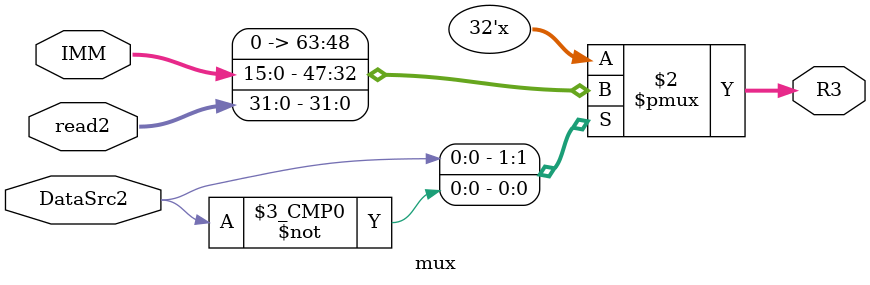
<source format=v>
`timescale 1ns / 1ps


module mux(R3, read2, IMM, DataSrc2);
output reg [31:0] R3;
input [31:0] read2;
input [15:0] IMM;
input DataSrc2;

 
always@(*)
    begin
        case (DataSrc2)
        1'b1: R3 <= IMM;
        1'b0: R3 <= read2;
        default: R3 = 0;
    endcase
end

endmodule

</source>
